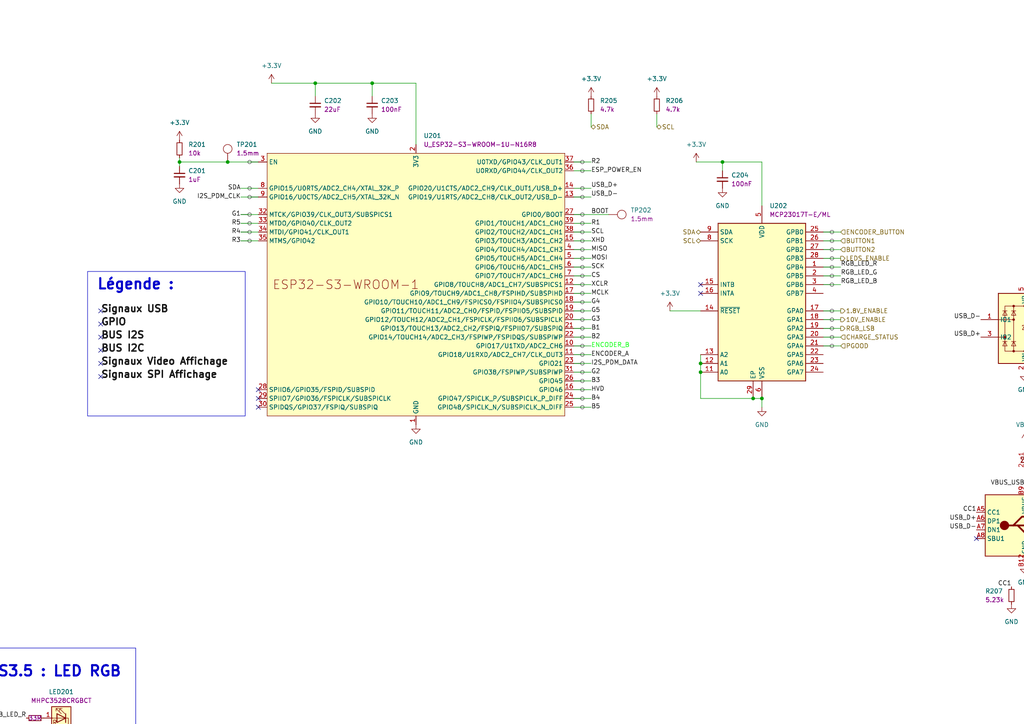
<source format=kicad_sch>
(kicad_sch (version 20231120) (generator "eeschema") (generator_version "8.0")
  (paper "A4")
  (junction (at 209.55 46.99))
  (junction (at 220.98 115.57))
  (junction (at 203.2 105.41))
  (junction (at 107.95 24.13))
  (junction (at 218.44 115.57))
  (junction (at 52.07 46.99))
  (junction (at 66.04 46.99))
  (junction (at 203.2 107.95))
  (junction (at 91.44 24.13))
  (no_connect (at 283.21 156.21))
  (no_connect (at 29.21 90.17))
  (no_connect (at 29.21 93.98))
  (no_connect (at 74.93 113.03))
  (no_connect (at 74.93 118.11))
  (no_connect (at 29.21 101.6))
  (no_connect (at 203.2 82.55))
  (no_connect (at 311.15 148.59))
  (no_connect (at 29.21 109.22))
  (no_connect (at 203.2 85.09))
  (no_connect (at 29.21 97.79))
  (no_connect (at 74.93 115.57))
  (no_connect (at 29.21 105.41))
  (wire (pts (xy 171.45 77.47) (xy 166.37 77.47)))
  (wire (pts (xy 52.07 46.99) (xy 66.04 46.99)))
  (wire (pts (xy 243.84 67.31) (xy 238.76 67.31)))
  (wire (pts (xy 166.37 54.61) (xy 171.45 54.61)))
  (wire (pts (xy 171.45 110.49) (xy 166.37 110.49)))
  (wire (pts (xy 297.18 135.89) (xy 297.18 140.97)))
  (wire (pts (xy 220.98 46.99) (xy 220.98 59.69)))
  (wire (pts (xy 120.65 24.13) (xy 120.65 41.91)))
  (wire (pts (xy 171.45 87.63) (xy 166.37 87.63)))
  (wire (pts (xy 171.45 49.53) (xy 166.37 49.53)))
  (wire (pts (xy 171.45 80.01) (xy 166.37 80.01)))
  (wire (pts (xy 171.45 105.41) (xy 166.37 105.41)))
  (wire (pts (xy 243.84 82.55) (xy 238.76 82.55)))
  (wire (pts (xy 176.53 62.23) (xy 166.37 62.23)))
  (wire (pts (xy 171.45 74.93) (xy 166.37 74.93)))
  (wire (pts (xy 171.45 102.87) (xy 166.37 102.87)))
  (wire (pts (xy 22.86 213.36) (xy 27.94 213.36)))
  (wire (pts (xy -41.91 158.75) (xy -43.18 158.75)))
  (wire (pts (xy 243.84 72.39) (xy 238.76 72.39)))
  (wire (pts (xy 171.45 69.85) (xy 166.37 69.85)))
  (wire (pts (xy 171.45 100.33) (xy 166.37 100.33)))
  (wire (pts (xy 171.45 64.77) (xy 166.37 64.77)))
  (wire (pts (xy 171.45 113.03) (xy 166.37 113.03)))
  (wire (pts (xy 203.2 105.41) (xy 203.2 102.87)))
  (wire (pts (xy 243.84 77.47) (xy 238.76 77.47)))
  (wire (pts (xy 243.84 92.71) (xy 238.76 92.71)))
  (wire (pts (xy 190.5 36.83) (xy 190.5 33.02)))
  (wire (pts (xy 194.31 90.17) (xy 203.2 90.17)))
  (wire (pts (xy 171.45 97.79) (xy 166.37 97.79)))
  (wire (pts (xy 107.95 27.94) (xy 107.95 24.13)))
  (wire (pts (xy 69.85 67.31) (xy 74.93 67.31)))
  (wire (pts (xy 69.85 64.77) (xy 74.93 64.77)))
  (wire (pts (xy 297.18 78.74) (xy 297.18 82.55)))
  (wire (pts (xy 243.84 90.17) (xy 238.76 90.17)))
  (wire (pts (xy 171.45 85.09) (xy 166.37 85.09)))
  (wire (pts (xy 171.45 82.55) (xy 166.37 82.55)))
  (wire (pts (xy 243.84 97.79) (xy 238.76 97.79)))
  (wire (pts (xy 52.07 46.99) (xy 52.07 48.26)))
  (wire (pts (xy 297.18 128.27) (xy 297.18 130.81)))
  (wire (pts (xy 171.45 107.95) (xy 166.37 107.95)))
  (wire (pts (xy 27.94 213.36) (xy 27.94 220.98)))
  (wire (pts (xy 91.44 27.94) (xy 91.44 24.13)))
  (wire (pts (xy 209.55 46.99) (xy 220.98 46.99)))
  (wire (pts (xy 243.84 80.01) (xy 238.76 80.01)))
  (wire (pts (xy 78.74 24.13) (xy 91.44 24.13)))
  (wire (pts (xy 107.95 24.13) (xy 120.65 24.13)))
  (wire (pts (xy 243.84 74.93) (xy 238.76 74.93)))
  (wire (pts (xy 171.45 72.39) (xy 166.37 72.39)))
  (wire (pts (xy 201.93 46.99) (xy 209.55 46.99)))
  (wire (pts (xy 220.98 115.57) (xy 218.44 115.57)))
  (wire (pts (xy 171.45 95.25) (xy 166.37 95.25)))
  (wire (pts (xy 69.85 62.23) (xy 74.93 62.23)))
  (wire (pts (xy 243.84 100.33) (xy 238.76 100.33)))
  (wire (pts (xy 66.04 46.99) (xy 74.93 46.99)))
  (wire (pts (xy 243.84 95.25) (xy 238.76 95.25)))
  (wire (pts (xy 171.45 118.11) (xy 166.37 118.11)))
  (wire (pts (xy 171.45 36.83) (xy 171.45 33.02)))
  (wire (pts (xy 91.44 24.13) (xy 107.95 24.13)))
  (wire (pts (xy 218.44 115.57) (xy 203.2 115.57)))
  (wire (pts (xy 171.45 115.57) (xy 166.37 115.57)))
  (wire (pts (xy 171.45 92.71) (xy 166.37 92.71)))
  (wire (pts (xy 69.85 57.15) (xy 74.93 57.15)))
  (wire (pts (xy 203.2 107.95) (xy 203.2 105.41)))
  (wire (pts (xy 69.85 69.85) (xy 74.93 69.85)))
  (wire (pts (xy 171.45 90.17) (xy 166.37 90.17)))
  (wire (pts (xy 171.45 57.15) (xy 166.37 57.15)))
  (wire (pts (xy 203.2 115.57) (xy 203.2 107.95)))
  (wire (pts (xy 69.85 54.61) (xy 74.93 54.61)))
  (wire (pts (xy 52.07 45.72) (xy 52.07 46.99)))
  (wire (pts (xy 220.98 118.11) (xy 220.98 115.57)))
  (wire (pts (xy 171.45 67.31) (xy 166.37 67.31)))
  (wire (pts (xy 171.45 46.99) (xy 166.37 46.99)))
  (wire (pts (xy 209.55 49.53) (xy 209.55 46.99)))
  (wire (pts (xy 243.84 69.85) (xy 238.76 69.85)))
  (rectangle (start -6.35 187.96) (end 39.37 229.87))
  (rectangle (start 25.4 78.74) (end 71.12 120.65))
  (text "FS3.5 : LED RGB" (at 16.002 194.818 0) (effects (font (size 3 3) (thickness 0.6) (bold yes))))
  (text "Légende :" (at 39.37 82.55 0) (effects (font (size 3 3) (thickness 0.6) (bold yes))))
  (label "R4" (at -93.98 175.26 180))
  (label "CC1" (at 309.88 97.79 0))
  (label "R3" (at -93.98 177.8 180))
  (label "G4" (at -60.96 194.31 180))
  (label "GPIO" (at 29.21 93.98 0) (effects (font (size 2 2) (thickness 0.4) (bold yes))))
  (label "G3" (at 171.45 92.71 0))
  (label "G1" (at 69.85 62.23 180))
  (label "R4" (at 69.85 67.31 180))
  (label "CC1" (at 293.37 170.18 180))
  (label "B1" (at -60.96 201.93 180))
  (label "R2" (at 171.45 46.99 0))
  (label "B4" (at -60.96 222.25 180))
  (label "MOSI" (at 171.45 74.93 0))
  (label "MOSI" (at -60.96 181.61 180))
  (label "G4" (at 171.45 87.63 0))
  (label "MISO" (at -60.96 179.07 180))
  (label "B5" (at 171.45 118.11 0))
  (label "R2" (at -46.99 156.21 180))
  (label "CC2" (at 309.88 92.71 0))
  (label "CC2" (at 311.15 156.21 0))
  (label "B5" (at -60.96 224.79 180))
  (label "USB_D+" (at 284.48 97.79 180))
  (label "B4" (at 171.45 115.57 0))
  (label "BUS I2S" (at -59.69 167.64 180) (effects (font (size 2 2) (thickness 0.4) (bold yes))))
  (label "G1" (at -93.98 170.18 180))
  (label "XCLR" (at 171.45 82.55 0))
  (label "SCK" (at -60.96 184.15 180))
  (label "BUS I2C" (at -52.07 163.83 180) (effects (font (size 2 2) (thickness 0.4) (bold yes))))
  (label "Signaux Video Affichage" (at 29.21 105.41 0) (effects (font (size 2 2) (thickness 0.4) (bold yes))))
  (label "BUS I2C" (at 29.21 101.6 0) (effects (font (size 2 2) (thickness 0.4) (bold yes))))
  (label "USB_D-" (at 171.45 57.15 0))
  (label "B3" (at 171.45 110.49 0))
  (label "B2" (at 171.45 97.79 0))
  (label "HVD" (at -60.96 219.71 180))
  (label "USB_D+" (at 283.21 151.13 180))
  (label "B1" (at 171.45 95.25 0))
  (label "GPIO" (at -41.91 158.75 180) (effects (font (size 2 2) (thickness 0.4) (bold yes))))
  (label "USB_D-" (at 283.21 153.67 180))
  (label "VBUS_USB" (at 297.18 78.74 0))
  (label "USB_D-" (at 284.48 92.71 180))
  (label "CC1" (at 283.21 148.59 180))
  (label "SCK" (at 171.45 77.47 0))
  (label "XCLR" (at -60.96 189.23 180))
  (label "I2S_PDM_DATA" (at -59.69 167.64 180))
  (label "BUS I2S" (at 29.21 97.79 0) (effects (font (size 2 2) (thickness 0.4) (bold yes))))
  (label "SDA" (at 69.85 54.61 180))
  (label "Signaux USB" (at 29.21 90.17 0) (effects (font (size 2 2) (thickness 0.4) (bold yes))))
  (label "G5" (at -60.96 196.85 180))
  (label "G2" (at 171.45 107.95 0))
  (label "MISO" (at 171.45 72.39 0))
  (label "G2" (at -60.96 214.63 180))
  (label "SCL" (at 171.45 67.31 0))
  (label "USB_D+" (at 311.15 153.67 0))
  (label "USB_D-" (at -35.56 144.78 0))
  (label "ENCODER_B" (at -60.96 207.01 180))
  (label "B3" (at -60.96 217.17 180))
  (label "VBUS_USB" (at 297.18 140.97 180))
  (label "I2S_PDM_DATA" (at 171.45 105.41 0))
  (label "I2S_PDM_CLK" (at -93.98 165.1 180))
  (label "CC2" (at 300.99 170.18 0))
  (label "XHD" (at 171.45 69.85 0))
  (label "HVD" (at 171.45 113.03 0))
  (label "SCL" (at -52.07 163.83 180))
  (label "RGB_LED_R" (at 7.62 208.28 180))
  (label "CS" (at 171.45 80.01 0))
  (label "RGB_LED_G" (at 7.62 213.36 180))
  (label "ESP_POWER_EN" (at 171.45 49.53 0))
  (label "MCLK" (at 171.45 85.09 0))
  (label "Signaux USB" (at -35.56 144.78 180) (effects (font (size 2 2) (thickness 0.4) (bold yes))))
  (label "R1" (at -60.96 171.45 180))
  (label "ESP_POWER_EN" (at -41.91 158.75 180))
  (label "XHD" (at -60.96 176.53 180))
  (label "CS" (at -60.96 186.69 180))
  (label "B2" (at -60.96 204.47 180))
  (label "R5" (at 69.85 64.77 180))
  (label "G3" (at -60.96 199.39 180))
  (label "Signaux SPI Affichage" (at 29.21 109.22 0) (effects (font (size 2 2) (thickness 0.4) (bold yes))))
  (label "R3" (at 69.85 69.85 180))
  (label "G5" (at 171.45 90.17 0))
  (label "RGB_LED_R" (at 243.84 77.47 0))
  (label "ENCODER_A" (at 171.45 102.87 0))
  (label "ENCODER_B" (at 171.45 100.33 0))
  (label "SDA" (at -93.98 162.56 180))
  (label "Signaux Video Affichage" (at -46.99 156.21 180) (effects (font (size 2 2) (thickness 0.4) (bold yes))))
  (label "RGB_LED_B" (at 243.84 82.55 0))
  (label "RGB_LED_G" (at 243.84 80.01 0))
  (label "R1" (at 171.45 64.77 0))
  (label "ENCODER_A" (at -60.96 209.55 180))
  (label "BOOT" (at 171.45 62.23 0))
  (label "USB_D-" (at 311.15 151.13 0))
  (label "R5" (at -93.98 172.72 180))
  (label "Signaux SPI Affichage" (at -60.96 179.07 180) (effects (font (size 2 2) (thickness 0.4) (bold yes))))
  (label "I2S_PDM_CLK" (at 69.85 57.15 180))
  (label "RGB_LED_B" (at 7.62 218.44 180))
  (label "USB_D+" (at 171.45 54.61 0))
  (label "MCLK" (at -60.96 191.77 180))
  (hierarchical_label "B4" (shape bidirectional) (at -60.96 222.25 0))
  (hierarchical_label "G4" (shape bidirectional) (at -60.96 194.31 0))
  (hierarchical_label "XHD" (shape bidirectional) (at -60.96 176.53 0))
  (hierarchical_label "RGB_LSB" (shape output) (at 243.84 95.25 0))
  (hierarchical_label "B1" (shape bidirectional) (at -60.96 201.93 0))
  (hierarchical_label "ENCODER_B" (shape input) (at -60.96 207.01 0))
  (hierarchical_label "B2" (shape bidirectional) (at -60.96 204.47 0))
  (hierarchical_label "R3" (shape bidirectional) (at -93.98 177.8 0))
  (hierarchical_label "MCLK" (shape bidirectional) (at -60.96 191.77 0))
  (hierarchical_label "SDA" (shape bidirectional) (at 203.2 67.31 180))
  (hierarchical_label "SCL" (shape bidirectional) (at 190.5 36.83 0))
  (hierarchical_label "SDA" (shape bidirectional) (at -93.98 162.56 0))
  (hierarchical_label "R2" (shape bidirectional) (at -46.99 156.21 0))
  (hierarchical_label "G3" (shape bidirectional) (at -60.96 199.39 0))
  (hierarchical_label "SDA" (shape bidirectional) (at 171.45 36.83 0))
  (hierarchical_label "SCL" (shape bidirectional) (at 203.2 69.85 180))
  (hierarchical_label "R4" (shape bidirectional) (at -93.98 175.26 0))
  (hierarchical_label "ENCODER_A" (shape input) (at -60.96 209.55 0))
  (hierarchical_label "MISO" (shape bidirectional) (at -60.96 179.07 0))
  (hierarchical_label "SCK" (shape bidirectional) (at -60.96 184.15 0))
  (hierarchical_label "ESP_POWER_EN" (shape output) (at -41.91 158.75 0))
  (hierarchical_label "10V_ENABLE" (shape output) (at 243.84 92.71 0))
  (hierarchical_label "ENCODER_BUTTON" (shape input) (at 243.84 67.31 0))
  (hierarchical_label "B5" (shape bidirectional) (at -60.96 224.79 0))
  (hierarchical_label "I2S_PDM_DATA" (shape input) (at -59.69 167.64 0))
  (hierarchical_label "CS" (shape bidirectional) (at -60.96 186.69 0))
  (hierarchical_label "PGOOD" (shape input) (at 243.84 100.33 0))
  (hierarchical_label "I2S_PDM_CLK" (shape output) (at -93.98 165.1 0))
  (hierarchical_label "HVD" (shape bidirectional) (at -60.96 219.71 0))
  (hierarchical_label "CHARGE_STATUS" (shape input) (at 243.84 97.79 0))
  (hierarchical_label "1.8V_ENABLE" (shape output) (at 243.84 90.17 0))
  (hierarchical_label "G1" (shape bidirectional) (at -93.98 170.18 0))
  (hierarchical_label "B3" (shape bidirectional) (at -60.96 217.17 0))
  (hierarchical_label "R5" (shape bidirectional) (at -93.98 172.72 0))
  (hierarchical_label "XCLR" (shape bidirectional) (at -60.96 189.23 0))
  (hierarchical_label "G5" (shape bidirectional) (at -60.96 196.85 0))
  (hierarchical_label "LEDS_ENABLE" (shape output) (at 243.84 74.93 0))
  (hierarchical_label "BUTTON1" (shape input) (at 243.84 69.85 0))
  (hierarchical_label "R1" (shape bidirectional) (at -60.96 171.45 0))
  (hierarchical_label "G2" (shape bidirectional) (at -60.96 214.63 0))
  (hierarchical_label "BUTTON2" (shape input) (at 243.84 72.39 0))
  (hierarchical_label "SCL" (shape bidirectional) (at -52.07 163.83 0))
  (hierarchical_label "MOSI" (shape bidirectional) (at -60.96 181.61 0))
  (netclass_flag "" (length 2.54) (shape round) (at 238.76 92.71 270) (property "Netclass" "GPIO_Signal" (effects (hide yes))))
  (netclass_flag "" (length 2.54) (shape round) (at 166.37 57.15 270) (property "Netclass" "USB" (effects (hide yes))))
  (netclass_flag "" (length 2.54) (shape round) (at 74.93 46.99 90) (property "Netclass" "GPIO_Signal" (effects (hide yes))))
  (netclass_flag "" (length 2.54) (shape round) (at 166.37 97.79 270) (property "Netclass" "Display_Video_Signals" (effects (hide yes))))
  (netclass_flag "" (length 2.54) (shape round) (at 166.37 92.71 270) (property "Netclass" "Display_Video_Signals" (effects (hide yes))))
  (netclass_flag "" (length 2.54) (shape round) (at 166.37 49.53 270) (property "Netclass" "GPIO_Signal" (effects (hide yes))))
  (netclass_flag "" (length 2.54) (shape round) (at 166.37 102.87 270) (property "Netclass" "GPIO_Signal" (effects (hide yes))))
  (netclass_flag "" (length 2.54) (shape round) (at 166.37 69.85 270) (property "Netclass" "Display_Video_Signals" (effects (hide yes))))
  (netclass_flag "" (length 2.54) (shape round) (at -60.96 224.79 270) (property "Netclass" "DIsplay_Logic_Signals" (effects (hide yes))))
  (netclass_flag "" (length 2.54) (shape round) (at 166.37 113.03 270) (property "Netclass" "Display_Video_Signals" (effects (hide yes))))
  (netclass_flag "" (length 2.54) (shape round) (at 74.93 54.61 90) (property "Netclass" "I2C_BUS" (effects (hide yes))))
  (netclass_flag "" (length 2.54) (shape round) (at 166.37 110.49 270) (property "Netclass" "Display_Video_Signals" (effects (hide yes))))
  (netclass_flag "" (length 2.54) (shape round) (at 166.37 67.31 270) (property "Netclass" "I2C_BUS" (effects (hide yes))))
  (netclass_flag "" (length 2.54) (shape round) (at 69.85 69.85 270) (property "Netclass" "Display_Video_Signals" (effects (hide yes))))
  (netclass_flag "" (length 2.54) (shape round) (at 166.37 64.77 270) (property "Netclass" "Display_Video_Signals" (effects (hide yes))))
  (netclass_flag "" (length 2.54) (shape round) (at 166.37 62.23 270) (property "Netclass" "GPIO_Signal" (effects (hide yes))))
  (netclass_flag "" (length 2.54) (shape round) (at 238.76 74.93 270) (property "Netclass" "GPIO_Signal" (effects (hide yes))))
  (netclass_flag "" (length 2.54) (shape round) (at 74.93 57.15 90) (property "Netclass" "I2S_MIC" (effects (hide yes))))
  (netclass_flag "" (length 2.54) (shape round) (at 166.37 115.57 270) (property "Netclass" "Display_Video_Signals" (effects (hide yes))))
  (netclass_flag "" (length 2.54) (shape round) (at 238.76 67.31 270) (property "Netclass" "GPIO_Signal" (effects (hide yes))))
  (netclass_flag "" (length 2.54) (shape round) (at 69.85 64.77 270) (property "Netclass" "Display_Video_Signals" (effects (hide yes))))
  (netclass_flag "" (length 2.54) (shape round) (at 69.85 62.23 270) (property "Netclass" "Display_Video_Signals" (effects (hide yes))))
  (netclass_flag "" (length 2.54) (shape round) (at 238.76 90.17 270) (property "Netclass" "GPIO_Signal" (effects (hide yes))))
  (netclass_flag "" (length 2.54) (shape round) (at 238.76 82.55 270) (property "Netclass" "GPIO_Signal" (effects (hide yes))))
  (netclass_flag "" (length 2.54) (shape round) (at 238.76 77.47 270) (property "Netclass" "GPIO_Signal" (effects (hide yes))))
  (netclass_flag "" (length 2.54) (shape round) (at 238.76 80.01 270) (property "Netclass" "GPIO_Signal" (effects (hide yes))))
  (netclass_flag "" (length 2.54) (shape round) (at 166.37 107.95 270) (property "Netclass" "Display_Video_Signals" (effects (hide yes))))
  (netclass_flag "" (length 2.54) (shape round) (at 166.37 46.99 270) (property "Netclass" "Display_Video_Signals" (effects (hide yes))))
  (netclass_flag "" (length 2.54) (shape round) (at 166.37 105.41 270) (property "Netclass" "I2S_MIC" (effects (hide yes))))
  (netclass_flag "" (length 2.54) (shape round) (at 166.37 77.47 270) (property "Netclass" "Display_Logic_Signals" (effects (hide yes))))
  (netclass_flag "" (length 2.54) (shape round) (at 166.37 87.63 270) (property "Netclass" "Display_Video_Signals" (effects (hide yes))))
  (netclass_flag "" (length 2.54) (shape round) (at 238.76 97.79 270) (property "Netclass" "GPIO_Signal" (effects (hide yes))))
  (netclass_flag "" (length 2.54) (shape round) (at 166.37 82.55 270) (property "Netclass" "Display_Video_Signals" (effects (hide yes))))
  (netclass_flag "" (length 2.54) (shape round) (at 238.76 95.25 270) (property "Netclass" "GPIO_Signal" (effects (hide yes))))
  (netclass_flag "" (length 2.54) (shape round) (at 166.37 54.61 270) (property "Netclass" "USB" (effects (hide yes))))
  (netclass_flag "" (length 2.54) (shape round) (at 166.37 100.33 270) (property "Netclass" "GPIO_Signal" (effects (hide yes))))
  (netclass_flag "" (length 2.54) (shape round) (at 166.37 95.25 270) (property "Netclass" "Display_Video_Signals" (effects (hide yes))))
  (netclass_flag "" (length 2.54) (shape round) (at 166.37 85.09 270) (property "Netclass" "Display_Video_Signals" (effects (hide yes))))
  (netclass_flag "" (length 2.54) (shape round) (at 238.76 69.85 270) (property "Netclass" "GPIO_Signal" (effects (hide yes))))
  (netclass_flag "" (length 2.54) (shape round) (at 69.85 67.31 270) (property "Netclass" "Display_Video_Signals" (effects (hide yes))))
  (netclass_flag "" (length 2.54) (shape round) (at 166.37 118.11 270) (property "Netclass" "Display_Video_Signals" (effects (hide yes))))
  (netclass_flag "" (length 2.54) (shape round) (at 238.76 72.39 270) (property "Netclass" "GPIO_Signal" (effects (hide yes))))
  (netclass_flag "" (length 2.54) (shape round) (at 238.76 100.33 270) (property "Netclass" "GPIO_Signal" (effects (hide yes))))
  (netclass_flag "" (length 2.54) (shape round) (at 166.37 90.17 270) (property "Netclass" "Display_Video_Signals" (effects (hide yes))))
  (netclass_flag "" (length 2.54) (shape round) (at 166.37 74.93 270) (property "Netclass" "Display_Logic_Signals" (effects (hide yes))))
  (netclass_flag "" (length 2.54) (shape round) (at 166.37 80.01 270) (property "Netclass" "Display_Logic_Signals" (effects (hide yes))))
  (netclass_flag "" (length 2.54) (shape round) (at -60.96 224.79 270) (property "Netclass" "Display_Video_Signals" (effects (hide yes))))
  (netclass_flag "" (length 2.54) (shape round) (at 166.37 72.39 270) (property "Netclass" "Display_Logic_Signals" (effects (hide yes))))
  (symbol (lib_id "power:+3.3V") (at 190.5 27.94 0) (unit 1)
    (property "Reference" "#PWR0213" (effects (hide yes)))
    (property "Value" "+3.3V" (at 190.5 22.86 0))
  )
  (symbol (lib_id ".mounted-lib:C_0402_100nF_50V_X7R_10%") (at 209.55 52.07 0) (unit 1)
    (property "Reference" "C204" (at 212.09 50.8063 0) (effects (justify left)))
    (property "Value" "C_0603_100nF_100V_X7R_10%" (effects (hide yes)))
    (property "Footprint" ".mounted-lib:C_0402_1005Metric" (effects (hide yes)))
    (property "Datasheet" "http://127.0.0.1" (effects (hide yes)))
    (property "DisplayValue" "100nF" (at 212.09 53.3463 0) (effects (justify left)))
    (property "CMP_ID" "1062" (effects (hide yes)))
    (property "Category" "CAPACITOR" (effects (hide yes)))
    (property "Family" "MLCC" (effects (hide yes)))
    (property "_Created" "LTT 2022-05-11" (effects (hide yes)))
    (property "_Checked" "MAR 2022-05-18" (effects (hide yes)))
    (property "Mount" "SMD" (effects (hide yes)))
    (property "Package" "C0603" (effects (hide yes)))
    (property "TempMin_C" "-55°C" (effects (hide yes)))
    (property "TempMax_C" "125°C" (effects (hide yes)))
    (property "Automotive" "N" (effects (hide yes)))
    (property "MaxHeight_mm" "0.5mm" (effects (hide yes)))
    (property "Voltage" "50V" (effects (hide yes)))
    (property "Dielectric" "X7R" (effects (hide yes)))
    (property "Tolerance" "10%" (effects (hide yes)))
  )
  (symbol (lib_id ".mounted-lib:LED_MHPC3528CRGBCT") (at 17.78 213.36 0) (mirror y) (unit 1)
    (property "Reference" "LED201" (at 17.78 200.66 0))
    (property "Value" "LED_MHPC3528CRGBCT" (effects (hide yes)))
    (property "Footprint" ".mounted-lib:LED_MHPC3528CRGBCT" (effects (hide yes)))
    (property "Datasheet" "https://datasheet.lcsc.com/lcsc/2202141600_MEIHUA-MHPC3528CRGBCT_C2962096.pdf" (effects (hide yes)))
    (property "Manufacturer" "MEIHUA" (effects (hide yes)))
    (property "MPN" "MHPC3528CRGBCT" (effects (hide yes)))
    (property "DisplayValue" "MHPC3528CRGBCT" (at 17.78 203.2 0))
    (property "CMP_ID" "1093" (effects (hide yes)))
    (property "Category" "DIODE" (effects (hide yes)))
    (property "Family" "LED RGB" (effects (hide yes)))
    (property "_Created" "JCN 2023-11-22" (effects (hide yes)))
    (property "Mount" "SMD" (effects (hide yes)))
    (property "Package" "SMD3528" (effects (hide yes)))
    (property "TempMin_C" "-40°C" (effects (hide yes)))
    (property "TempMax_C" "+85°C" (effects (hide yes)))
    (property "Automotive" "N" (effects (hide yes)))
    (property "MaxHeight_mm" "1.85mm" (effects (hide yes)))
  )
  (symbol (lib_id "power:GND") (at 27.94 220.98 0) (unit 1)
    (property "Reference" "#PWR0211" (effects (hide yes)))
    (property "Value" "GND" (at 27.94 226.06 0))
  )
  (symbol (lib_id "power:GND") (at 297.18 163.83 0) (unit 1)
    (property "Reference" "#PWR0218" (effects (hide yes)))
    (property "Value" "GND" (at 297.18 168.91 0))
  )
  (symbol (lib_id "power:GND") (at 52.07 53.34 0) (unit 1)
    (property "Reference" "#PWR0202" (effects (hide yes)))
    (property "Value" "GND" (at 52.07 58.42 0))
  )
  (symbol (lib_id "power:GND") (at 293.37 175.26 0) (unit 1)
    (property "Reference" "#PWR0214" (effects (hide yes)))
    (property "Value" "GND" (at 293.37 180.34 0))
  )
  (symbol (lib_id ".mounted-lib:TESTPOINT_1.5MM") (at 66.04 43.18 270) (unit 1) (in_bom no)
    (property "Reference" "TP201" (at 68.58 41.91 90) (effects (justify left)))
    (property "Value" "TESTPOINT_1.5MM" (effects (hide yes)))
    (property "Footprint" ".mounted-lib:TESTPOINT_1.5MM" (effects (hide yes)))
    (property "Datasheet" "http://127.0.0.1" (effects (hide yes)))
    (property "DisplayValue" "1.5mm" (at 68.58 44.45 90) (effects (justify left)))
    (property "_Created" "JCN 2022-08-04" (effects (hide yes)))
    (property "Category" "TEST POINT" (effects (hide yes)))
    (property "Family" "Exposed copper" (effects (hide yes)))
  )
  (symbol (lib_id "power:GND") (at 220.98 118.11 0) (unit 1)
    (property "Reference" "#PWR0212" (effects (hide yes)))
    (property "Value" "GND" (at 220.98 123.19 0))
  )
  (symbol (lib_id "power:+3.3V") (at 78.74 24.13 0) (unit 1)
    (property "Reference" "#PWR0203" (effects (hide yes)))
    (property "Value" "+3.3V" (at 78.74 19.05 0))
  )
  (symbol (lib_id ".mounted-lib:R_0402_5.23k_1%_0.06W") (at 293.37 172.72 0) (unit 1)
    (property "Reference" "R207" (at 285.75 171.45 0) (effects (justify left)))
    (property "Value" "R_0603_5.23k_1%_0.1W" (effects (hide yes)))
    (property "Footprint" ".mounted-lib:R_0402_1005Metric" (effects (hide yes)))
    (property "Datasheet" "http://127.0.0.1" (effects (hide yes)))
    (property "DisplayValue" "5.23k" (at 285.75 173.99 0) (effects (justify left)))
    (property "CMP_ID" "1072" (effects (hide yes)))
    (property "Category" "RESISTOR" (effects (hide yes)))
    (property "Family" "THICK FILM" (effects (hide yes)))
    (property "_Created" "JCN 2023-11-12" (effects (hide yes)))
    (property "Mount" "SMD" (effects (hide yes)))
    (property "Package" "R0402" (effects (hide yes)))
    (property "TempMin_C" "-55°C" (effects (hide yes)))
    (property "TempMax_C" "155°C" (effects (hide yes)))
    (property "Automotive" "Y" (effects (hide yes)))
    (property "MaxHeight_mm" "0.35mm" (effects (hide yes)))
    (property "Tolerance" "1%" (effects (hide yes)))
    (property "Power_W" "0.06W" (effects (hide yes)))
  )
  (symbol (lib_id ".mounted-lib:D_V2FM10HM3/H") (at 297.18 133.35 270) (unit 1)
    (property "Reference" "D202" (at 299.72 131.826 90) (effects (justify left)))
    (property "Value" "D_V2FM10HM3/H" (effects (hide yes)))
    (property "Footprint" ".mounted-lib:D_SMF_VISHAY" (effects (hide yes)))
    (property "Datasheet" "https://www.vishay.com/docs/87562/v2fm10.pdf" (effects (hide yes)))
    (property "Manufacturer" "VISHAY" (effects (hide yes)))
    (property "MPN" "V2FM10HM3/H" (effects (hide yes)))
    (property "DisplayValue" "V2FM10HM3/H" (at 299.72 134.366 90) (effects (justify left)))
    (property "CMP_ID" "1052" (effects (hide yes)))
    (property "Category" "DIODE" (effects (hide yes)))
    (property "Family" "SCHOTTKY" (effects (hide yes)))
    (property "_Created" "JCN 2022-05-12" (effects (hide yes)))
    (property "_Checked" "MAR 2022-05-18" (effects (hide yes)))
    (property "Mount" "SMD" (effects (hide yes)))
    (property "Package" "SMF" (effects (hide yes)))
    (property "TempMin_C" "-40°C" (effects (hide yes)))
    (property "TempMax_C" "175°C" (effects (hide yes)))
    (property "Automotive" "N" (effects (hide yes)))
    (property "MaxHeight_mm" "1.08mm" (effects (hide yes)))
  )
  (symbol (lib_id ".mounted-lib:TESTPOINT_1.5MM") (at 180.34 62.23 180) (unit 1) (in_bom no)
    (property "Reference" "TP202" (at 182.88 60.96 0) (effects (justify right)))
    (property "Value" "TESTPOINT_1.5MM" (effects (hide yes)))
    (property "Footprint" ".mounted-lib:TESTPOINT_1.5MM" (effects (hide yes)))
    (property "Datasheet" "http://127.0.0.1" (effects (hide yes)))
    (property "DisplayValue" "1.5mm" (at 182.88 63.5 0) (effects (justify right)))
    (property "_Created" "JCN 2022-08-04" (effects (hide yes)))
    (property "Category" "TEST POINT" (effects (hide yes)))
    (property "Family" "Exposed copper" (effects (hide yes)))
  )
  (symbol (lib_id "power:+3.3V") (at 171.45 27.94 0) (unit 1)
    (property "Reference" "#PWR0209" (effects (hide yes)))
    (property "Value" "+3.3V" (at 171.45 22.86 0))
  )
  (symbol (lib_id "power:GND") (at 300.99 175.26 0) (unit 1)
    (property "Reference" "#PWR0215" (effects (hide yes)))
    (property "Value" "GND" (at 300.99 180.34 0))
  )
  (symbol (lib_id ".mounted-lib:R_0402_33R_1%_0.06W") (at 10.16 208.28 90) (unit 1)
    (property "Reference" "R202" (at 10.16 210.82 90))
    (property "Value" "R_0402_33R_1%_0.06W" (effects (hide yes)))
    (property "Footprint" ".mounted-lib:R_0402_1005Metric" (effects (hide yes)))
    (property "Datasheet" "http://127.0.0.1" (effects (hide yes)))
    (property "DisplayValue" "33R" (at 10.16 208.28 90))
    (property "CMP_ID" "1091" (effects (hide yes)))
    (property "Category" "RESISTOR" (effects (hide yes)))
    (property "Family" "THICK FILM" (effects (hide yes)))
    (property "_Created" "JCN 2023-11-12" (effects (hide yes)))
    (property "Mount" "SMD" (effects (hide yes)))
    (property "Package" "R0402" (effects (hide yes)))
    (property "TempMin_C" "-55°C" (effects (hide yes)))
    (property "TempMax_C" "155°C" (effects (hide yes)))
    (property "Automotive" "N" (effects (hide yes)))
    (property "MaxHeight_mm" "0.35mm" (effects (hide yes)))
    (property "Tolerance" "1%" (effects (hide yes)))
    (property "Power_W" "0.06W" (effects (hide yes)))
  )
  (symbol (lib_id ".mounted-lib:R_0402_4.7k_1%_0.06W") (at 190.5 30.48 0) (unit 1)
    (property "Reference" "R206" (at 193.04 29.21 0) (effects (justify left)))
    (property "Value" "R_0603_4.7k_1%_0.1W" (effects (hide yes)))
    (property "Footprint" ".mounted-lib:R_0402_1005Metric" (effects (hide yes)))
    (property "Datasheet" "http://127.0.0.1" (effects (hide yes)))
    (property "DisplayValue" "4.7k" (at 193.04 31.75 0) (effects (justify left)))
    (property "CMP_ID" "1086" (effects (hide yes)))
    (property "Category" "RESISTOR" (effects (hide yes)))
    (property "Family" "THICK FILM" (effects (hide yes)))
    (property "_Created" "JCN 2022-11-16" (effects (hide yes)))
    (property "Mount" "SMD" (effects (hide yes)))
    (property "Package" "R0402" (effects (hide yes)))
    (property "TempMin_C" "-55°C" (effects (hide yes)))
    (property "TempMax_C" "155°C" (effects (hide yes)))
    (property "Automotive" "N" (effects (hide yes)))
    (property "MaxHeight_mm" "0.35mm" (effects (hide yes)))
    (property "Tolerance" "1%" (effects (hide yes)))
    (property "Power_W" "0.06W" (effects (hide yes)))
  )
  (symbol (lib_id ".mounted-lib:C_0402_1uF_10V_X7R_10%") (at 52.07 50.8 0) (unit 1)
    (property "Reference" "C201" (at 54.61 49.5363 0) (effects (justify left)))
    (property "Value" "C_0402_1uF_10V_X7R_10%" (effects (hide yes)))
    (property "Footprint" ".mounted-lib:C_0402_1005Metric" (effects (hide yes)))
    (property "Datasheet" "http://127.0.0.1" (effects (hide yes)))
    (property "DisplayValue" "1uF" (at 54.61 52.0763 0) (effects (justify left)))
    (property "CMP_ID" "1069" (effects (hide yes)))
    (property "Category" "CAPACITOR" (effects (hide yes)))
    (property "Family" "MLCC" (effects (hide yes)))
    (property "_Created" "JCN 2023-11-12" (effects (hide yes)))
    (property "Mount" "SMD" (effects (hide yes)))
    (property "Package" "C0402" (effects (hide yes)))
    (property "TempMin_C" "-55°C" (effects (hide yes)))
    (property "TempMax_C" "125°C" (effects (hide yes)))
    (property "Automotive" "N" (effects (hide yes)))
    (property "MaxHeight_mm" "0.5mm" (effects (hide yes)))
    (property "Voltage" "10V" (effects (hide yes)))
    (property "Dielectric" "X7R" (effects (hide yes)))
    (property "Tolerance" "10%" (effects (hide yes)))
  )
  (symbol (lib_id "power:VBUS") (at 297.18 128.27 0) (unit 1)
    (property "Reference" "#PWR0217" (effects (hide yes)))
    (property "Value" "VBUS" (at 297.18 123.19 0))
  )
  (symbol (lib_id ".mounted-lib:C_0402_100nF_50V_X7R_10%") (at 107.95 30.48 0) (unit 1)
    (property "Reference" "C203" (at 110.49 29.2163 0) (effects (justify left)))
    (property "Value" "C_0603_100nF_100V_X7R_10%" (effects (hide yes)))
    (property "Footprint" ".mounted-lib:C_0402_1005Metric" (effects (hide yes)))
    (property "Datasheet" "http://127.0.0.1" (effects (hide yes)))
    (property "DisplayValue" "100nF" (at 110.49 31.7563 0) (effects (justify left)))
    (property "CMP_ID" "1062" (effects (hide yes)))
    (property "Category" "CAPACITOR" (effects (hide yes)))
    (property "Family" "MLCC" (effects (hide yes)))
    (property "_Created" "LTT 2022-05-11" (effects (hide yes)))
    (property "_Checked" "MAR 2022-05-18" (effects (hide yes)))
    (property "Mount" "SMD" (effects (hide yes)))
    (property "Package" "C0603" (effects (hide yes)))
    (property "TempMin_C" "-55°C" (effects (hide yes)))
    (property "TempMax_C" "125°C" (effects (hide yes)))
    (property "Automotive" "N" (effects (hide yes)))
    (property "MaxHeight_mm" "0.5mm" (effects (hide yes)))
    (property "Voltage" "50V" (effects (hide yes)))
    (property "Dielectric" "X7R" (effects (hide yes)))
    (property "Tolerance" "10%" (effects (hide yes)))
  )
  (symbol (lib_id "power:GND") (at 120.65 123.19 0) (unit 1)
    (property "Reference" "#PWR0206" (effects (hide yes)))
    (property "Value" "GND" (at 120.65 128.27 0))
  )
  (symbol (lib_id ".mounted-lib:J_TYPE-C-31-M-13") (at 297.18 152.4 0) (unit 1)
    (property "Reference" "J201" (at 299.3741 138.43 0) (effects (justify left)))
    (property "Value" "J_TYPE-C-31-M-13" (effects (hide yes)))
    (property "Footprint" ".mounted-lib:J_TYPE-C-31-M-13" (effects (hide yes)))
    (property "Datasheet" "https://datasheet.lcsc.com/lcsc/1811101526_Korean-Hroparts-Elec-TYPE-C-31-M-13_C223906.pdf" (effects (hide yes)))
    (property "Manufacturer" "Korean Hroparts Elec" (effects (hide yes)))
    (property "MPN" "TYPE-C-31-M-13" (effects (hide yes)))
    (property "DisplayValue" "J_TYPE-C-31-M-13" (at 299.3741 140.97 0) (effects (justify left)))
    (property "CMP_ID" "1051" (effects (hide yes)))
    (property "Category" "CONNECTOR" (effects (hide yes)))
    (property "Family" "USB C " (effects (hide yes)))
    (property "_Created" "JCN 2023-02-15" (effects (hide yes)))
    (property "_Checked" "___Checked" (effects (hide yes)))
    (property "_Confirmed" "___Confirmed" (effects (hide yes)))
    (property "Mount" "SMD and SMT" (effects (hide yes)))
    (property "Package" "TYPE-C-31-M-13" (effects (hide yes)))
    (property "PartStatus" "___PartStatus" (effects (hide yes)))
    (property "TempMin_C" "-30°C" (effects (hide yes)))
    (property "TempMax_C" "85°C" (effects (hide yes)))
    (property "Automotive" "N" (effects (hide yes)))
    (property "MaxHeight_mm" "3.16mm" (effects (hide yes)))
  )
  (symbol (lib_id "power:GND") (at 91.44 33.02 0) (unit 1)
    (property "Reference" "#PWR0204" (effects (hide yes)))
    (property "Value" "GND" (at 91.44 38.1 0))
  )
  (symbol (lib_id "power:+3.3V") (at 52.07 40.64 0) (unit 1)
    (property "Reference" "#PWR0201" (effects (hide yes)))
    (property "Value" "+3.3V" (at 52.07 35.56 0))
  )
  (symbol (lib_id "power:GND") (at 209.55 54.61 0) (unit 1)
    (property "Reference" "#PWR0210" (effects (hide yes)))
    (property "Value" "GND" (at 209.55 59.69 0))
  )
  (symbol (lib_id "power:GND") (at 297.18 107.95 0) (unit 1)
    (property "Reference" "#PWR0216" (effects (hide yes)))
    (property "Value" "GND" (at 297.18 113.03 0))
  )
  (symbol (lib_id ".mounted-lib:R_0402_4.7k_1%_0.06W") (at 171.45 30.48 0) (unit 1)
    (property "Reference" "R205" (at 173.99 29.21 0) (effects (justify left)))
    (property "Value" "R_0603_4.7k_1%_0.1W" (effects (hide yes)))
    (property "Footprint" ".mounted-lib:R_0402_1005Metric" (effects (hide yes)))
    (property "Datasheet" "http://127.0.0.1" (effects (hide yes)))
    (property "DisplayValue" "4.7k" (at 173.99 31.75 0) (effects (justify left)))
    (property "CMP_ID" "1086" (effects (hide yes)))
    (property "Category" "RESISTOR" (effects (hide yes)))
    (property "Family" "THICK FILM" (effects (hide yes)))
    (property "_Created" "JCN 2022-11-16" (effects (hide yes)))
    (property "Mount" "SMD" (effects (hide yes)))
    (property "Package" "R0402" (effects (hide yes)))
    (property "TempMin_C" "-55°C" (effects (hide yes)))
    (property "TempMax_C" "155°C" (effects (hide yes)))
    (property "Automotive" "N" (effects (hide yes)))
    (property "MaxHeight_mm" "0.35mm" (effects (hide yes)))
    (property "Tolerance" "1%" (effects (hide yes)))
    (property "Power_W" "0.06W" (effects (hide yes)))
  )
  (symbol (lib_name "R_0402_56R_1%_0.06W_1") (lib_id ".mounted-lib:R_0402_56R_1%_0.06W") (at 10.16 213.36 270) (unit 1)
    (property "Reference" "R203" (at 10.16 215.9 90))
    (property "Value" "R_0402_56R_1%_0.06W" (effects (hide yes)))
    (property "Footprint" ".mounted-lib:R_0402_1005Metric" (effects (hide yes)))
    (property "Datasheet" "http://127.0.0.1" (effects (hide yes)))
    (property "DisplayValue" "56R" (at 10.16 213.36 90))
    (property "CMP_ID" "1092" (effects (hide yes)))
    (property "Category" "RESISTOR" (effects (hide yes)))
    (property "Family" "THICK FILM" (effects (hide yes)))
    (property "_Created" "JCN 2023-11-12" (effects (hide yes)))
    (property "Mount" "SMD" (effects (hide yes)))
    (property "Package" "R0402" (effects (hide yes)))
    (property "TempMin_C" "-55°C" (effects (hide yes)))
    (property "TempMax_C" "155°C" (effects (hide yes)))
    (property "Automotive" "N" (effects (hide yes)))
    (property "MaxHeight_mm" "0.35mm" (effects (hide yes)))
    (property "Tolerance" "1%" (effects (hide yes)))
    (property "Power_W" "0.06W" (effects (hide yes)))
  )
  (symbol (lib_id ".mounted-lib:U_MCP23017T-E/ML") (at 220.98 85.09 0) (unit 1)
    (property "Reference" "U202" (at 223.1741 59.69 0) (effects (justify left)))
    (property "Value" "U_MCP23017T-E/ML" (effects (hide yes)))
    (property "Footprint" ".mounted-lib:QFN-28-1EP_6x6mm_P0.65mm_EP4.25x4.25mm_MICROCHIP" (effects (hide yes)))
    (property "Datasheet" "https://datasheet.lcsc.com/lcsc/2309071216_Microchip-Tech-MCP23017T-E-ML_C629439.pdf" (effects (hide yes)))
    (property "Manufacturer" "MICROCHIP" (effects (hide yes)))
    (property "MPN" "MCP23017T-E/ML" (effects (hide yes)))
    (property "DisplayValue" "MCP23017T-E/ML" (at 223.1741 62.23 0) (effects (justify left)))
    (property "CMP_ID" "1083" (effects (hide yes)))
    (property "Category" "IC" (effects (hide yes)))
    (property "Family" "GPIO EXTENDER" (effects (hide yes)))
    (property "_Created" "JCN 2023-11-16" (effects (hide yes)))
    (property "_Checked" "___Checked" (effects (hide yes)))
    (property "_Confirmed" "___Confirmed" (effects (hide yes)))
    (property "Mount" "SMD" (effects (hide yes)))
    (property "Package" "QFN-28" (effects (hide yes)))
    (property "PartStatus" "__PartStatus" (effects (hide yes)))
    (property "TempMin_C" "-40°C" (effects (hide yes)))
    (property "TempMax_C" "85°C" (effects (hide yes)))
    (property "Automotive" "N" (effects (hide yes)))
    (property "MaxHeight_mm" "1mm" (effects (hide yes)))
  )
  (symbol (lib_id "power:+3.3V") (at 201.93 46.99 0) (unit 1)
    (property "Reference" "#PWR0208" (effects (hide yes)))
    (property "Value" "+3.3V" (at 201.93 41.91 0))
  )
  (symbol (lib_id ".mounted-lib:C_0805_22uF_10V_XR7_20%") (at 91.44 30.48 0) (unit 1)
    (property "Reference" "C202" (at 93.98 29.2163 0) (effects (justify left)))
    (property "Value" "C_0805_22uF_10V_XR7_20%" (effects (hide yes)))
    (property "Footprint" ".mounted-lib:C_0805_1608Metric" (effects (hide yes)))
    (property "Datasheet" "https://www.mouser.fr/datasheet/2/281/1/GRM21BZ71A226ME15_01A-1987054.pdf" (effects (hide yes)))
    (property "DisplayValue" "22uF" (at 93.98 31.7563 0) (effects (justify left)))
    (property "CMP_ID" "1082" (effects (hide yes)))
    (property "Category" "CAPACITOR" (effects (hide yes)))
    (property "Family" "MLCC" (effects (hide yes)))
    (property "_Created" "GCE 2023-07-28" (effects (hide yes)))
    (property "_Checked" "___Checked" (effects (hide yes)))
    (property "_Confirmed" "___Confirmed" (effects (hide yes)))
    (property "Mount" "SMD" (effects (hide yes)))
    (property "Package" "0805" (effects (hide yes)))
    (property "PartStatus" "___PartStatus" (effects (hide yes)))
    (property "TempMin_C" "-55°C" (effects (hide yes)))
    (property "TempMax_C" "125°C" (effects (hide yes)))
    (property "Automotive" "N" (effects (hide yes)))
    (property "MaxHeight_mm" "1.27mm" (effects (hide yes)))
    (property "Voltage" "10V" (effects (hide yes)))
    (property "Dielectric" "X7R" (effects (hide yes)))
    (property "Tolerance" "20%" (effects (hide yes)))
  )
  (symbol (lib_id ".mounted-lib:R_0402_5.23k_1%_0.06W") (at 300.99 172.72 0) (mirror y) (unit 1)
    (property "Reference" "R208" (at 308.61 171.45 0) (effects (justify left)))
    (property "Value" "R_0603_5.23k_1%_0.1W" (effects (hide yes)))
    (property "Footprint" ".mounted-lib:R_0402_1005Metric" (effects (hide yes)))
    (property "Datasheet" "http://127.0.0.1" (effects (hide yes)))
    (property "DisplayValue" "5.23k" (at 308.61 173.99 0) (effects (justify left)))
    (property "CMP_ID" "1072" (effects (hide yes)))
    (property "Category" "RESISTOR" (effects (hide yes)))
    (property "Family" "THICK FILM" (effects (hide yes)))
    (property "_Created" "JCN 2023-11-12" (effects (hide yes)))
    (property "Mount" "SMD" (effects (hide yes)))
    (property "Package" "R0402" (effects (hide yes)))
    (property "TempMin_C" "-55°C" (effects (hide yes)))
    (property "TempMax_C" "155°C" (effects (hide yes)))
    (property "Automotive" "Y" (effects (hide yes)))
    (property "MaxHeight_mm" "0.35mm" (effects (hide yes)))
    (property "Tolerance" "1%" (effects (hide yes)))
    (property "Power_W" "0.06W" (effects (hide yes)))
  )
  (symbol (lib_id ".mounted-lib:R_0402_10k_1%_0.06W") (at 52.07 43.18 0) (unit 1)
    (property "Reference" "R201" (at 54.61 41.91 0) (effects (justify left)))
    (property "Value" "R_0603_10k_1%_0.1W" (effects (hide yes)))
    (property "Footprint" ".mounted-lib:R_0402_1005Metric" (effects (hide yes)))
    (property "Datasheet" "http://127.0.0.1" (effects (hide yes)))
    (property "DisplayValue" "10k" (at 54.61 44.45 0) (effects (justify left)))
    (property "CMP_ID" "1070" (effects (hide yes)))
    (property "Category" "RESISTOR" (effects (hide yes)))
    (property "Family" "THICK FILM" (effects (hide yes)))
    (property "_Created" "JCN 2023-11-12" (effects (hide yes)))
    (property "Mount" "SMD" (effects (hide yes)))
    (property "Package" "R0402" (effects (hide yes)))
    (property "TempMin_C" "-55°C" (effects (hide yes)))
    (property "TempMax_C" "155°C" (effects (hide yes)))
    (property "Automotive" "Y" (effects (hide yes)))
    (property "MaxHeight_mm" "0.35mm" (effects (hide yes)))
    (property "Tolerance" "1%" (effects (hide yes)))
    (property "Power_W" "0.06W" (effects (hide yes)))
  )
  (symbol (lib_id ".mounted-lib:D_SRV05-4") (at 297.18 95.25 0) (unit 1)
    (property "Reference" "D201" (at 299.72 81.28 0) (effects (justify left)))
    (property "Value" "D_SRV05-4" (effects (hide yes)))
    (property "Footprint" ".mounted-lib:SOT-23-6_TECH_PUBLIC" (effects (hide yes)))
    (property "Datasheet" "https://datasheet.lcsc.com/lcsc/2108131930_TECH-PUBLIC-SRV05-4_C558418.pdf" (effects (hide yes)))
    (property "Manufacturer" "TECH PUBLIC" (effects (hide yes)))
    (property "MPN" "SRV05-4" (effects (hide yes)))
    (property "DisplayValue" "SRV05-4" (at 299.72 83.82 0) (effects (justify left)))
    (property "CMP_ID" "1053" (effects (hide yes)))
    (property "Category" "DIODE" (effects (hide yes)))
    (property "Family" "TVS" (effects (hide yes)))
    (property "_Created" "MAR 2022-07-25" (effects (hide yes)))
    (property "Mount" "SMD" (effects (hide yes)))
    (property "Package" "SOT-23-6" (effects (hide yes)))
    (property "TempMin_C" "-55°C" (effects (hide yes)))
    (property "TempMax_C" "150°C" (effects (hide yes)))
    (property "Automotive" "N" (effects (hide yes)))
    (property "MaxHeight_mm" "1.45 mm" (effects (hide yes)))
  )
  (symbol (lib_id ".mounted-lib:U_ESP32-S3-WROOM-1U-N16R8") (at 120.65 82.55 0) (unit 1)
    (property "Reference" "U201" (at 122.8441 39.37 0) (effects (justify left)))
    (property "Value" "ESP32-S3-WROOM-1U-N16R8" (effects (hide yes)))
    (property "Footprint" ".mounted-lib:ESP32-S3-WROOM-1U" (effects (hide yes)))
    (property "Datasheet" "https://www.espressif.com/sites/default/files/documentation/esp32-s3-wroom-1_wroom-1u_datasheet_en.pdf" (effects (hide yes)))
    (property "Manufacturer" "ESPRESSIF" (effects (hide yes)))
    (property "MPN" "ESP32-S3-WROOM-1U-N16R8" (effects (hide yes)))
    (property "DisplayValue" "U_ESP32-S3-WROOM-1U-N16R8" (at 122.8441 41.91 0) (effects (justify left)))
    (property "CMP_ID" "1047" (effects (hide yes)))
    (property "Category" "IC" (effects (hide yes)))
    (property "Family" "MICROCONTROLLER" (effects (hide yes)))
    (property "_Created" "JCN 2023-11-04" (effects (hide yes)))
    (property "_Checked" "___Checked" (effects (hide yes)))
    (property "_Confirmed" "___Confirmed" (effects (hide yes)))
    (property "Mount" "SMD" (effects (hide yes)))
    (property "Package" "ESP32-S3-WROOM-1U" (effects (hide yes)))
    (property "PartStatus" "___PartStatus" (effects (hide yes)))
    (property "TempMin_C" "-40°C" (effects (hide yes)))
    (property "TempMax_C" "65°C" (effects (hide yes)))
    (property "Automotive" "N" (effects (hide yes)))
    (property "MaxHeight_mm" "3.2mm" (effects (hide yes)))
  )
  (symbol (lib_name "R_0402_56R_1%_0.06W_1") (lib_id ".mounted-lib:R_0402_56R_1%_0.06W") (at 10.16 218.44 270) (unit 1)
    (property "Reference" "R204" (at 10.16 220.98 90))
    (property "Value" "R_0402_56R_1%_0.06W" (effects (hide yes)))
    (property "Footprint" ".mounted-lib:R_0402_1005Metric" (effects (hide yes)))
    (property "Datasheet" "http://127.0.0.1" (effects (hide yes)))
    (property "DisplayValue" "56R" (at 10.16 218.44 90))
    (property "CMP_ID" "1092" (effects (hide yes)))
    (property "Category" "RESISTOR" (effects (hide yes)))
    (property "Family" "THICK FILM" (effects (hide yes)))
    (property "_Created" "JCN 2023-11-12" (effects (hide yes)))
    (property "Mount" "SMD" (effects (hide yes)))
    (property "Package" "R0402" (effects (hide yes)))
    (property "TempMin_C" "-55°C" (effects (hide yes)))
    (property "TempMax_C" "155°C" (effects (hide yes)))
    (property "Automotive" "N" (effects (hide yes)))
    (property "MaxHeight_mm" "0.35mm" (effects (hide yes)))
    (property "Tolerance" "1%" (effects (hide yes)))
    (property "Power_W" "0.06W" (effects (hide yes)))
  )
  (symbol (lib_id "power:+3.3V") (at 194.31 90.17 0) (unit 1)
    (property "Reference" "#PWR0207" (effects (hide yes)))
    (property "Value" "+3.3V" (at 194.31 85.09 0))
  )
  (symbol (lib_id "power:GND") (at 107.95 33.02 0) (unit 1)
    (property "Reference" "#PWR0205" (effects (hide yes)))
    (property "Value" "GND" (at 107.95 38.1 0))
  )
)
</source>
